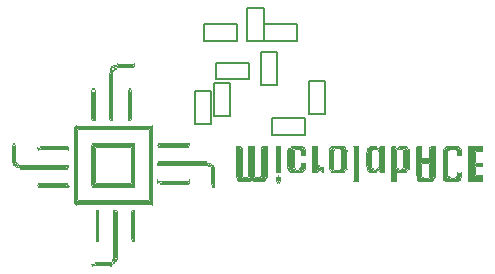
<source format=gbo>
G04*
G04 #@! TF.GenerationSoftware,Altium Limited,Altium Designer,18.1.9 (240)*
G04*
G04 Layer_Color=32896*
%FSLAX44Y44*%
%MOMM*%
G71*
G01*
G75*
%ADD11C,0.2000*%
G36*
X296880Y261780D02*
Y260893D01*
Y260007D01*
Y259120D01*
X295993D01*
Y258234D01*
X280920D01*
Y259120D01*
X280033D01*
Y258234D01*
X280920D01*
Y257347D01*
X280033D01*
Y256460D01*
X279146D01*
Y255574D01*
X278260D01*
Y254687D01*
Y253800D01*
Y252913D01*
Y252027D01*
Y251140D01*
Y250254D01*
Y249367D01*
Y248480D01*
Y247593D01*
Y246707D01*
Y245820D01*
Y244933D01*
Y244047D01*
Y243160D01*
Y242274D01*
Y241387D01*
Y240500D01*
Y239613D01*
Y238727D01*
Y237840D01*
Y236954D01*
Y236067D01*
Y235180D01*
Y234293D01*
Y233407D01*
Y232520D01*
Y231633D01*
Y230747D01*
Y229860D01*
Y228974D01*
Y228087D01*
Y227200D01*
Y226313D01*
Y225427D01*
Y224540D01*
Y223654D01*
Y222767D01*
Y221880D01*
Y220993D01*
Y220107D01*
Y219220D01*
Y218333D01*
Y217447D01*
Y216560D01*
Y215673D01*
Y214787D01*
Y213900D01*
X275600D01*
Y214787D01*
X274713D01*
Y215673D01*
Y216560D01*
Y217447D01*
Y218333D01*
Y219220D01*
Y220107D01*
Y220993D01*
Y221880D01*
Y222767D01*
Y223654D01*
Y224540D01*
Y225427D01*
Y226313D01*
Y227200D01*
Y228087D01*
Y228974D01*
Y229860D01*
Y230747D01*
Y231633D01*
Y232520D01*
Y233407D01*
Y234293D01*
Y235180D01*
Y236067D01*
Y236954D01*
Y237840D01*
Y238727D01*
Y239613D01*
Y240500D01*
Y241387D01*
Y242274D01*
Y243160D01*
Y244047D01*
Y244933D01*
Y245820D01*
Y246707D01*
Y247593D01*
Y248480D01*
Y249367D01*
Y250254D01*
Y251140D01*
Y252027D01*
Y252913D01*
Y253800D01*
Y254687D01*
X275600D01*
Y253800D01*
X276486D01*
Y254687D01*
X275600D01*
Y255574D01*
Y256460D01*
Y257347D01*
Y258234D01*
X276486D01*
Y259120D01*
Y260007D01*
X278260D01*
Y259120D01*
X279146D01*
Y260007D01*
X278260D01*
Y260893D01*
X280920D01*
Y260007D01*
X281806D01*
Y260893D01*
X280920D01*
Y261780D01*
Y262667D01*
X281806D01*
Y261780D01*
X295993D01*
Y262667D01*
X296880D01*
Y261780D01*
D02*
G37*
G36*
X262300Y240500D02*
Y239613D01*
X263186D01*
Y238727D01*
Y237840D01*
Y236954D01*
Y236067D01*
Y235180D01*
Y234293D01*
Y233407D01*
Y232520D01*
Y231633D01*
Y230747D01*
Y229860D01*
Y228974D01*
Y228087D01*
Y227200D01*
Y226313D01*
Y225427D01*
Y224540D01*
Y223654D01*
Y222767D01*
Y221880D01*
Y220993D01*
Y220107D01*
Y219220D01*
Y218333D01*
Y217447D01*
Y216560D01*
Y215673D01*
Y214787D01*
Y213900D01*
X260526D01*
Y214787D01*
X259640D01*
Y215673D01*
Y216560D01*
Y217447D01*
Y218333D01*
Y219220D01*
Y220107D01*
Y220993D01*
Y221880D01*
Y222767D01*
Y223654D01*
Y224540D01*
Y225427D01*
Y226313D01*
Y227200D01*
Y228087D01*
Y228974D01*
Y229860D01*
Y230747D01*
Y231633D01*
Y232520D01*
Y233407D01*
Y234293D01*
Y235180D01*
Y236067D01*
Y236954D01*
Y237840D01*
Y238727D01*
Y239613D01*
X260526D01*
Y238727D01*
X262300D01*
Y239613D01*
X260526D01*
Y240500D01*
Y241387D01*
X262300D01*
Y240500D01*
D02*
G37*
G36*
X293333D02*
Y239613D01*
X294220D01*
Y238727D01*
Y237840D01*
Y236954D01*
Y236067D01*
Y235180D01*
Y234293D01*
Y233407D01*
Y232520D01*
Y231633D01*
Y230747D01*
Y229860D01*
Y228974D01*
Y228087D01*
Y227200D01*
Y226313D01*
Y225427D01*
Y224540D01*
Y223654D01*
Y222767D01*
Y221880D01*
Y220993D01*
Y220107D01*
Y219220D01*
Y218333D01*
Y217447D01*
Y216560D01*
Y215673D01*
Y214787D01*
X293333D01*
Y215673D01*
X292446D01*
Y214787D01*
X293333D01*
Y213900D01*
X290673D01*
Y214787D01*
Y215673D01*
Y216560D01*
Y217447D01*
Y218333D01*
Y219220D01*
Y220107D01*
Y220993D01*
Y221880D01*
Y222767D01*
Y223654D01*
Y224540D01*
Y225427D01*
Y226313D01*
Y227200D01*
Y228087D01*
Y228974D01*
Y229860D01*
Y230747D01*
Y231633D01*
Y232520D01*
Y233407D01*
Y234293D01*
Y235180D01*
Y236067D01*
Y236954D01*
Y237840D01*
Y238727D01*
Y239613D01*
X291560D01*
Y240500D01*
Y241387D01*
X293333D01*
Y240500D01*
D02*
G37*
G36*
X311953Y209467D02*
Y208580D01*
Y207693D01*
Y206807D01*
Y205920D01*
Y205033D01*
Y204147D01*
Y203260D01*
Y202373D01*
Y201487D01*
Y200600D01*
Y199713D01*
Y198827D01*
Y197940D01*
Y197053D01*
Y196167D01*
Y195280D01*
Y194393D01*
Y193507D01*
Y192620D01*
Y191733D01*
Y190847D01*
Y189960D01*
Y189073D01*
Y188187D01*
Y187300D01*
Y186413D01*
Y185527D01*
Y184640D01*
Y183753D01*
Y182867D01*
Y181980D01*
Y181093D01*
Y180207D01*
Y179320D01*
Y178433D01*
Y177547D01*
Y176660D01*
Y175773D01*
Y174887D01*
Y174000D01*
Y173113D01*
Y172227D01*
Y171340D01*
Y170453D01*
Y169567D01*
Y168680D01*
Y167793D01*
Y166907D01*
Y166020D01*
Y165133D01*
Y164247D01*
Y163360D01*
Y162473D01*
Y161587D01*
Y160700D01*
Y159813D01*
Y158927D01*
Y158040D01*
Y157153D01*
Y156267D01*
Y155380D01*
Y154493D01*
Y153607D01*
Y152720D01*
Y151833D01*
Y150947D01*
Y150060D01*
Y149173D01*
Y148287D01*
Y147400D01*
Y146513D01*
Y145627D01*
Y144740D01*
Y143853D01*
Y142967D01*
Y142080D01*
X311066D01*
Y142967D01*
X247226D01*
Y142080D01*
X246340D01*
Y142967D01*
X245453D01*
Y143853D01*
X244566D01*
Y144740D01*
Y145627D01*
Y146513D01*
Y147400D01*
Y148287D01*
Y149173D01*
Y150060D01*
Y150947D01*
Y151833D01*
Y152720D01*
Y153607D01*
Y154493D01*
Y155380D01*
Y156267D01*
Y157153D01*
Y158040D01*
Y158927D01*
Y159813D01*
Y160700D01*
Y161587D01*
Y162473D01*
Y163360D01*
Y164247D01*
Y165133D01*
Y166020D01*
Y166907D01*
Y167793D01*
Y168680D01*
Y169567D01*
Y170453D01*
Y171340D01*
Y172227D01*
Y173113D01*
Y174000D01*
Y174887D01*
Y175773D01*
Y176660D01*
Y177547D01*
Y178433D01*
Y179320D01*
Y180207D01*
Y181093D01*
Y181980D01*
Y182867D01*
Y183753D01*
Y184640D01*
Y185527D01*
Y186413D01*
Y187300D01*
Y188187D01*
Y189073D01*
Y189960D01*
Y190847D01*
Y191733D01*
Y192620D01*
Y193507D01*
Y194393D01*
Y195280D01*
Y196167D01*
Y197053D01*
Y197940D01*
Y198827D01*
Y199713D01*
Y200600D01*
Y201487D01*
Y202373D01*
Y203260D01*
Y204147D01*
Y205033D01*
Y205920D01*
Y206807D01*
Y207693D01*
Y208580D01*
X245453D01*
Y209467D01*
X246340D01*
Y210353D01*
X247226D01*
Y209467D01*
X311066D01*
Y210353D01*
X311953D01*
Y209467D01*
D02*
G37*
G36*
X342987Y194393D02*
Y193507D01*
Y192620D01*
X342100D01*
Y193507D01*
X341213D01*
Y192620D01*
X342100D01*
Y191733D01*
Y190847D01*
X316387D01*
Y191733D01*
Y192620D01*
X315500D01*
Y193507D01*
X316387D01*
Y194393D01*
Y195280D01*
X342987D01*
Y194393D01*
D02*
G37*
G36*
X194913D02*
Y193507D01*
X195800D01*
Y192620D01*
Y191733D01*
Y190847D01*
Y189960D01*
Y189073D01*
Y188187D01*
Y187300D01*
Y186413D01*
Y185527D01*
Y184640D01*
Y183753D01*
Y182867D01*
Y181980D01*
Y181093D01*
Y180207D01*
Y179320D01*
X196686D01*
Y178433D01*
X197573D01*
Y177547D01*
X198459D01*
Y176660D01*
X241020D01*
Y175773D01*
Y174887D01*
Y174000D01*
X240133D01*
Y173113D01*
Y172227D01*
X199346D01*
Y173113D01*
Y174000D01*
X195800D01*
Y174887D01*
X194913D01*
Y175773D01*
X193139D01*
Y176660D01*
Y177547D01*
Y178433D01*
X192253D01*
Y179320D01*
Y180207D01*
Y181093D01*
Y181980D01*
Y182867D01*
Y183753D01*
Y184640D01*
Y185527D01*
Y186413D01*
Y187300D01*
Y188187D01*
Y189073D01*
Y189960D01*
Y190847D01*
Y191733D01*
Y192620D01*
Y193507D01*
X193139D01*
Y192620D01*
X194913D01*
Y193507D01*
X193139D01*
Y194393D01*
Y195280D01*
X194913D01*
Y194393D01*
D02*
G37*
G36*
X526527Y191733D02*
X527414D01*
Y190847D01*
Y189960D01*
X529187D01*
Y189073D01*
Y188187D01*
Y187300D01*
Y186413D01*
Y185527D01*
Y184640D01*
Y183753D01*
Y182867D01*
Y181980D01*
Y181093D01*
Y180207D01*
Y179320D01*
Y178433D01*
Y177547D01*
Y176660D01*
Y175773D01*
Y174887D01*
Y174000D01*
Y173113D01*
Y172227D01*
X527414D01*
Y173113D01*
X526527D01*
Y172227D01*
X527414D01*
Y171340D01*
X526527D01*
Y172227D01*
X525640D01*
Y171340D01*
X526527D01*
Y170453D01*
Y169567D01*
X518547D01*
Y168680D01*
Y167793D01*
Y166907D01*
Y166020D01*
Y165133D01*
Y164247D01*
Y163360D01*
Y162473D01*
X513227D01*
Y163360D01*
Y164247D01*
Y165133D01*
Y166020D01*
Y166907D01*
Y167793D01*
Y168680D01*
Y169567D01*
Y170453D01*
Y171340D01*
Y172227D01*
Y173113D01*
Y174000D01*
Y174887D01*
Y175773D01*
Y176660D01*
Y177547D01*
Y178433D01*
Y179320D01*
Y180207D01*
Y181093D01*
Y181980D01*
Y182867D01*
Y183753D01*
Y184640D01*
Y185527D01*
Y186413D01*
Y187300D01*
Y188187D01*
Y189073D01*
Y189960D01*
Y190847D01*
Y191733D01*
X514114D01*
Y192620D01*
X517660D01*
Y191733D01*
Y190847D01*
X519434D01*
Y191733D01*
X520320D01*
Y192620D01*
X526527D01*
Y191733D01*
D02*
G37*
G36*
X507907D02*
Y190847D01*
Y189960D01*
Y189073D01*
Y188187D01*
Y187300D01*
Y186413D01*
Y185527D01*
Y184640D01*
Y183753D01*
Y182867D01*
Y181980D01*
Y181093D01*
Y180207D01*
Y179320D01*
Y178433D01*
Y177547D01*
Y176660D01*
Y175773D01*
Y174887D01*
Y174000D01*
Y173113D01*
Y172227D01*
Y171340D01*
Y170453D01*
Y169567D01*
X504360D01*
Y170453D01*
X503474D01*
Y171340D01*
X501700D01*
Y170453D01*
Y169567D01*
X494607D01*
Y170453D01*
X493720D01*
Y171340D01*
X492834D01*
Y172227D01*
Y173113D01*
Y174000D01*
Y174887D01*
X491947D01*
Y175773D01*
Y176660D01*
Y177547D01*
Y178433D01*
Y179320D01*
Y180207D01*
Y181093D01*
Y181980D01*
Y182867D01*
Y183753D01*
Y184640D01*
Y185527D01*
Y186413D01*
Y187300D01*
X492834D01*
Y186413D01*
X493720D01*
Y187300D01*
X492834D01*
Y188187D01*
Y189073D01*
Y189960D01*
Y190847D01*
X494607D01*
Y191733D01*
X495494D01*
Y192620D01*
X501700D01*
Y191733D01*
Y190847D01*
X503474D01*
Y191733D01*
X504360D01*
Y192620D01*
X507907D01*
Y191733D01*
D02*
G37*
G36*
X438747D02*
X440520D01*
Y190847D01*
Y189960D01*
X441407D01*
Y189073D01*
Y188187D01*
Y187300D01*
Y186413D01*
Y185527D01*
Y184640D01*
Y183753D01*
X436973D01*
Y184640D01*
Y185527D01*
Y186413D01*
Y187300D01*
Y188187D01*
X436087D01*
Y189073D01*
X431654D01*
Y189960D01*
X430767D01*
Y189073D01*
X431654D01*
Y188187D01*
Y187300D01*
Y186413D01*
Y185527D01*
Y184640D01*
Y183753D01*
Y182867D01*
Y181980D01*
Y181093D01*
Y180207D01*
Y179320D01*
Y178433D01*
Y177547D01*
Y176660D01*
Y175773D01*
Y174887D01*
Y174000D01*
X432540D01*
Y173113D01*
Y172227D01*
X435200D01*
Y171340D01*
X436087D01*
Y172227D01*
X435200D01*
Y173113D01*
Y174000D01*
X436087D01*
Y174887D01*
X436973D01*
Y175773D01*
Y176660D01*
Y177547D01*
Y178433D01*
X441407D01*
Y177547D01*
Y176660D01*
Y175773D01*
Y174887D01*
Y174000D01*
Y173113D01*
Y172227D01*
X440520D01*
Y173113D01*
X439633D01*
Y172227D01*
X440520D01*
Y171340D01*
X439633D01*
Y170453D01*
X438747D01*
Y169567D01*
X428107D01*
Y170453D01*
X427220D01*
Y171340D01*
X426333D01*
Y172227D01*
Y173113D01*
X425447D01*
Y174000D01*
Y174887D01*
Y175773D01*
Y176660D01*
Y177547D01*
Y178433D01*
Y179320D01*
Y180207D01*
Y181093D01*
Y181980D01*
Y182867D01*
Y183753D01*
Y184640D01*
Y185527D01*
Y186413D01*
Y187300D01*
Y188187D01*
Y189073D01*
X426333D01*
Y189960D01*
Y190847D01*
X428993D01*
Y189960D01*
X429880D01*
Y190847D01*
X428993D01*
Y191733D01*
Y192620D01*
X438747D01*
Y191733D01*
D02*
G37*
G36*
X240133D02*
X241020D01*
Y190847D01*
Y189960D01*
Y189073D01*
Y188187D01*
X240133D01*
Y189073D01*
X215306D01*
Y188187D01*
X214420D01*
Y189073D01*
Y189960D01*
X213533D01*
Y190847D01*
Y191733D01*
X214420D01*
Y190847D01*
X216193D01*
Y189960D01*
X217080D01*
Y190847D01*
X216193D01*
Y191733D01*
Y192620D01*
X240133D01*
Y191733D01*
D02*
G37*
G36*
X570860D02*
X571747D01*
Y190847D01*
X572634D01*
Y189960D01*
X573521D01*
Y189073D01*
Y188187D01*
Y187300D01*
Y186413D01*
Y185527D01*
Y184640D01*
Y183753D01*
X569087D01*
Y184640D01*
Y185527D01*
Y186413D01*
Y187300D01*
Y188187D01*
X568200D01*
Y189073D01*
X562881D01*
Y188187D01*
X561994D01*
Y187300D01*
Y186413D01*
Y185527D01*
Y184640D01*
Y183753D01*
Y182867D01*
Y181980D01*
Y181093D01*
Y180207D01*
Y179320D01*
Y178433D01*
Y177547D01*
Y176660D01*
Y175773D01*
Y174887D01*
Y174000D01*
Y173113D01*
Y172227D01*
Y171340D01*
Y170453D01*
Y169567D01*
Y168680D01*
Y167793D01*
Y166907D01*
X562881D01*
Y166020D01*
X563767D01*
Y165133D01*
X567314D01*
Y164247D01*
X568200D01*
Y165133D01*
X567314D01*
Y166020D01*
X568200D01*
Y166907D01*
X569087D01*
Y167793D01*
Y168680D01*
Y169567D01*
Y170453D01*
X569974D01*
Y169567D01*
X572634D01*
Y170453D01*
X573521D01*
Y169567D01*
Y168680D01*
Y167793D01*
Y166907D01*
Y166020D01*
Y165133D01*
X572634D01*
Y166020D01*
X571747D01*
Y165133D01*
X572634D01*
Y164247D01*
Y163360D01*
X570860D01*
Y162473D01*
X559334D01*
Y163360D01*
X557561D01*
Y164247D01*
Y165133D01*
Y166020D01*
Y166907D01*
Y167793D01*
Y168680D01*
Y169567D01*
Y170453D01*
Y171340D01*
Y172227D01*
Y173113D01*
Y174000D01*
Y174887D01*
Y175773D01*
Y176660D01*
Y177547D01*
Y178433D01*
Y179320D01*
Y180207D01*
Y181093D01*
Y181980D01*
Y182867D01*
Y183753D01*
Y184640D01*
Y185527D01*
Y186413D01*
Y187300D01*
Y188187D01*
Y189073D01*
Y189960D01*
X558447D01*
Y189073D01*
X559334D01*
Y189960D01*
X558447D01*
Y190847D01*
X559334D01*
Y191733D01*
X560220D01*
Y192620D01*
X570860D01*
Y191733D01*
D02*
G37*
G36*
X591254D02*
Y190847D01*
Y189960D01*
Y189073D01*
Y188187D01*
Y187300D01*
X585047D01*
Y188187D01*
X584160D01*
Y187300D01*
X585047D01*
Y186413D01*
Y185527D01*
Y184640D01*
Y183753D01*
Y182867D01*
Y181980D01*
Y181093D01*
Y180207D01*
Y179320D01*
Y178433D01*
X591254D01*
Y177547D01*
Y176660D01*
Y175773D01*
Y174887D01*
X585047D01*
Y175773D01*
X584160D01*
Y174887D01*
X585047D01*
Y174000D01*
Y173113D01*
Y172227D01*
Y171340D01*
Y170453D01*
Y169567D01*
Y168680D01*
Y167793D01*
X591254D01*
Y166907D01*
Y166020D01*
Y165133D01*
Y164247D01*
Y163360D01*
Y162473D01*
X578840D01*
Y163360D01*
Y164247D01*
Y165133D01*
Y166020D01*
Y166907D01*
Y167793D01*
Y168680D01*
Y169567D01*
Y170453D01*
Y171340D01*
Y172227D01*
Y173113D01*
Y174000D01*
Y174887D01*
Y175773D01*
Y176660D01*
Y177547D01*
Y178433D01*
Y179320D01*
Y180207D01*
Y181093D01*
Y181980D01*
Y182867D01*
Y183753D01*
Y184640D01*
Y185527D01*
Y186413D01*
Y187300D01*
Y188187D01*
Y189073D01*
Y189960D01*
Y190847D01*
Y191733D01*
Y192620D01*
X591254D01*
Y191733D01*
D02*
G37*
G36*
X551354D02*
Y190847D01*
Y189960D01*
Y189073D01*
Y188187D01*
Y187300D01*
Y186413D01*
Y185527D01*
Y184640D01*
Y183753D01*
Y182867D01*
Y181980D01*
Y181093D01*
Y180207D01*
Y179320D01*
Y178433D01*
Y177547D01*
Y176660D01*
Y175773D01*
Y174887D01*
Y174000D01*
Y173113D01*
Y172227D01*
Y171340D01*
Y170453D01*
Y169567D01*
Y168680D01*
Y167793D01*
Y166907D01*
Y166020D01*
Y165133D01*
X550467D01*
Y164247D01*
X549580D01*
Y163360D01*
X548694D01*
Y162473D01*
X536280D01*
Y163360D01*
X535394D01*
Y164247D01*
Y165133D01*
Y166020D01*
Y166907D01*
X534507D01*
Y167793D01*
Y168680D01*
Y169567D01*
Y170453D01*
Y171340D01*
Y172227D01*
Y173113D01*
Y174000D01*
Y174887D01*
Y175773D01*
Y176660D01*
Y177547D01*
Y178433D01*
Y179320D01*
Y180207D01*
Y181093D01*
Y181980D01*
Y182867D01*
Y183753D01*
Y184640D01*
Y185527D01*
Y186413D01*
Y187300D01*
Y188187D01*
Y189073D01*
Y189960D01*
Y190847D01*
Y191733D01*
X535394D01*
Y192620D01*
X539827D01*
Y191733D01*
Y190847D01*
Y189960D01*
Y189073D01*
Y188187D01*
Y187300D01*
Y186413D01*
Y185527D01*
Y184640D01*
Y183753D01*
Y182867D01*
X545147D01*
Y183753D01*
Y184640D01*
Y185527D01*
Y186413D01*
Y187300D01*
Y188187D01*
Y189073D01*
Y189960D01*
Y190847D01*
Y191733D01*
X546920D01*
Y192620D01*
X551354D01*
Y191733D01*
D02*
G37*
G36*
X474214D02*
X475100D01*
Y190847D01*
Y189960D01*
Y189073D01*
X476874D01*
Y188187D01*
Y187300D01*
X475987D01*
Y186413D01*
Y185527D01*
Y184640D01*
Y183753D01*
Y182867D01*
Y181980D01*
Y181093D01*
Y180207D01*
Y179320D01*
Y178433D01*
Y177547D01*
Y176660D01*
Y175773D01*
Y174887D01*
Y174000D01*
Y173113D01*
X476874D01*
Y172227D01*
X475100D01*
Y173113D01*
X474214D01*
Y172227D01*
X475100D01*
Y171340D01*
X474214D01*
Y172227D01*
X473327D01*
Y171340D01*
X474214D01*
Y170453D01*
Y169567D01*
X462687D01*
Y170453D01*
Y171340D01*
X461800D01*
Y172227D01*
X460914D01*
Y173113D01*
Y174000D01*
Y174887D01*
Y175773D01*
Y176660D01*
Y177547D01*
Y178433D01*
Y179320D01*
Y180207D01*
Y181093D01*
Y181980D01*
Y182867D01*
Y183753D01*
Y184640D01*
Y185527D01*
Y186413D01*
Y187300D01*
Y188187D01*
Y189073D01*
Y189960D01*
Y190847D01*
X461800D01*
Y191733D01*
X462687D01*
Y192620D01*
X474214D01*
Y191733D01*
D02*
G37*
G36*
X451160D02*
Y190847D01*
Y189960D01*
Y189073D01*
Y188187D01*
Y187300D01*
Y186413D01*
Y185527D01*
Y184640D01*
Y183753D01*
Y182867D01*
Y181980D01*
Y181093D01*
Y180207D01*
Y179320D01*
Y178433D01*
Y177547D01*
Y176660D01*
X452934D01*
Y175773D01*
Y174887D01*
X456480D01*
Y174000D01*
Y173113D01*
Y172227D01*
Y171340D01*
Y170453D01*
Y169567D01*
X454707D01*
Y170453D01*
X453820D01*
Y171340D01*
X452047D01*
Y170453D01*
X451160D01*
Y169567D01*
X446727D01*
Y170453D01*
Y171340D01*
Y172227D01*
Y173113D01*
Y174000D01*
Y174887D01*
Y175773D01*
Y176660D01*
Y177547D01*
Y178433D01*
Y179320D01*
Y180207D01*
Y181093D01*
Y181980D01*
Y182867D01*
Y183753D01*
Y184640D01*
Y185527D01*
Y186413D01*
Y187300D01*
Y188187D01*
Y189073D01*
Y189960D01*
Y190847D01*
Y191733D01*
Y192620D01*
X451160D01*
Y191733D01*
D02*
G37*
G36*
X420127D02*
Y190847D01*
Y189960D01*
Y189073D01*
Y188187D01*
Y187300D01*
Y186413D01*
Y185527D01*
Y184640D01*
Y183753D01*
Y182867D01*
Y181980D01*
Y181093D01*
Y180207D01*
Y179320D01*
Y178433D01*
Y177547D01*
Y176660D01*
Y175773D01*
Y174887D01*
Y174000D01*
Y173113D01*
Y172227D01*
Y171340D01*
Y170453D01*
Y169567D01*
X415693D01*
Y170453D01*
Y171340D01*
Y172227D01*
Y173113D01*
Y174000D01*
Y174887D01*
Y175773D01*
Y176660D01*
Y177547D01*
Y178433D01*
Y179320D01*
Y180207D01*
Y181093D01*
Y181980D01*
Y182867D01*
Y183753D01*
Y184640D01*
Y185527D01*
Y186413D01*
Y187300D01*
Y188187D01*
Y189073D01*
Y189960D01*
Y190847D01*
Y191733D01*
Y192620D01*
X420127D01*
Y191733D01*
D02*
G37*
G36*
X409487D02*
Y190847D01*
Y189960D01*
Y189073D01*
Y188187D01*
Y187300D01*
Y186413D01*
Y185527D01*
Y184640D01*
Y183753D01*
Y182867D01*
Y181980D01*
Y181093D01*
Y180207D01*
Y179320D01*
Y178433D01*
Y177547D01*
Y176660D01*
Y175773D01*
Y174887D01*
Y174000D01*
Y173113D01*
Y172227D01*
Y171340D01*
Y170453D01*
Y169567D01*
Y168680D01*
Y167793D01*
Y166907D01*
Y166020D01*
Y165133D01*
X408600D01*
Y164247D01*
X407713D01*
Y163360D01*
X406827D01*
Y162473D01*
X396187D01*
Y163360D01*
X394413D01*
Y162473D01*
X383773D01*
Y163360D01*
X382887D01*
Y164247D01*
Y165133D01*
X382000D01*
Y166020D01*
Y166907D01*
Y167793D01*
Y168680D01*
Y169567D01*
Y170453D01*
Y171340D01*
Y172227D01*
Y173113D01*
Y174000D01*
Y174887D01*
Y175773D01*
Y176660D01*
Y177547D01*
Y178433D01*
Y179320D01*
Y180207D01*
Y181093D01*
Y181980D01*
Y182867D01*
Y183753D01*
Y184640D01*
Y185527D01*
Y186413D01*
Y187300D01*
Y188187D01*
Y189073D01*
Y189960D01*
Y190847D01*
Y191733D01*
Y192620D01*
X386433D01*
Y191733D01*
X387320D01*
Y190847D01*
X388207D01*
Y189960D01*
Y189073D01*
Y188187D01*
Y187300D01*
Y186413D01*
Y185527D01*
Y184640D01*
Y183753D01*
Y182867D01*
Y181980D01*
Y181093D01*
Y180207D01*
Y179320D01*
Y178433D01*
Y177547D01*
Y176660D01*
Y175773D01*
Y174887D01*
Y174000D01*
Y173113D01*
Y172227D01*
Y171340D01*
Y170453D01*
Y169567D01*
Y168680D01*
Y167793D01*
Y166907D01*
Y166020D01*
X392640D01*
Y165133D01*
X393527D01*
Y166020D01*
X392640D01*
Y166907D01*
Y167793D01*
Y168680D01*
Y169567D01*
Y170453D01*
Y171340D01*
Y172227D01*
Y173113D01*
Y174000D01*
Y174887D01*
Y175773D01*
Y176660D01*
Y177547D01*
Y178433D01*
Y179320D01*
Y180207D01*
Y181093D01*
Y181980D01*
Y182867D01*
Y183753D01*
Y184640D01*
Y185527D01*
Y186413D01*
Y187300D01*
Y188187D01*
Y189073D01*
Y189960D01*
Y190847D01*
Y191733D01*
Y192620D01*
X397960D01*
Y191733D01*
Y190847D01*
Y189960D01*
Y189073D01*
Y188187D01*
Y187300D01*
Y186413D01*
Y185527D01*
Y184640D01*
Y183753D01*
Y182867D01*
Y181980D01*
Y181093D01*
Y180207D01*
Y179320D01*
Y178433D01*
Y177547D01*
Y176660D01*
Y175773D01*
Y174887D01*
Y174000D01*
Y173113D01*
Y172227D01*
Y171340D01*
Y170453D01*
Y169567D01*
Y168680D01*
Y167793D01*
Y166907D01*
Y166020D01*
X402393D01*
Y166907D01*
X403280D01*
Y167793D01*
Y168680D01*
Y169567D01*
Y170453D01*
Y171340D01*
Y172227D01*
Y173113D01*
Y174000D01*
Y174887D01*
Y175773D01*
Y176660D01*
Y177547D01*
Y178433D01*
Y179320D01*
Y180207D01*
Y181093D01*
Y181980D01*
Y182867D01*
Y183753D01*
Y184640D01*
Y185527D01*
Y186413D01*
Y187300D01*
Y188187D01*
Y189073D01*
Y189960D01*
Y190847D01*
Y191733D01*
X404167D01*
Y192620D01*
X409487D01*
Y191733D01*
D02*
G37*
G36*
X342987Y163360D02*
Y162473D01*
Y161587D01*
Y160700D01*
X342100D01*
Y159813D01*
X318160D01*
Y160700D01*
Y161587D01*
X316387D01*
Y160700D01*
X315500D01*
Y161587D01*
Y162473D01*
Y163360D01*
Y164247D01*
X316387D01*
Y163360D01*
X342100D01*
Y164247D01*
X342987D01*
Y163360D01*
D02*
G37*
G36*
X486627Y191733D02*
Y190847D01*
Y189960D01*
Y189073D01*
Y188187D01*
Y187300D01*
Y186413D01*
Y185527D01*
Y184640D01*
Y183753D01*
Y182867D01*
Y181980D01*
Y181093D01*
Y180207D01*
Y179320D01*
Y178433D01*
Y177547D01*
Y176660D01*
Y175773D01*
Y174887D01*
Y174000D01*
Y173113D01*
Y172227D01*
Y171340D01*
Y170453D01*
Y169567D01*
Y168680D01*
Y167793D01*
Y166907D01*
Y166020D01*
Y165133D01*
Y164247D01*
Y163360D01*
Y162473D01*
X481307D01*
Y163360D01*
X482194D01*
Y164247D01*
Y165133D01*
Y166020D01*
Y166907D01*
Y167793D01*
Y168680D01*
Y169567D01*
Y170453D01*
Y171340D01*
Y172227D01*
Y173113D01*
Y174000D01*
Y174887D01*
Y175773D01*
Y176660D01*
Y177547D01*
Y178433D01*
Y179320D01*
Y180207D01*
Y181093D01*
Y181980D01*
Y182867D01*
Y183753D01*
Y184640D01*
Y185527D01*
Y186413D01*
Y187300D01*
Y188187D01*
Y189073D01*
Y189960D01*
Y190847D01*
Y191733D01*
X481307D01*
Y192620D01*
X486627D01*
Y191733D01*
D02*
G37*
G36*
X418353Y166907D02*
Y166020D01*
X420127D01*
Y165133D01*
Y164247D01*
Y163360D01*
Y162473D01*
X419240D01*
Y163360D01*
X418353D01*
Y162473D01*
X419240D01*
Y161587D01*
Y160700D01*
X418353D01*
Y161587D01*
X417467D01*
Y160700D01*
X416580D01*
Y161587D01*
Y162473D01*
X415693D01*
Y163360D01*
Y164247D01*
Y165133D01*
Y166020D01*
X417467D01*
Y166907D01*
Y167793D01*
X418353D01*
Y166907D01*
D02*
G37*
G36*
X240133Y160700D02*
Y159813D01*
X241020D01*
Y158927D01*
X241906D01*
Y158040D01*
X241020D01*
Y157153D01*
X214420D01*
Y158040D01*
Y158927D01*
X213533D01*
Y159813D01*
X214420D01*
Y158927D01*
X215306D01*
Y159813D01*
X214420D01*
Y160700D01*
Y161587D01*
X240133D01*
Y160700D01*
D02*
G37*
G36*
X357173Y179320D02*
Y178433D01*
X360720D01*
Y177547D01*
X361607D01*
Y176660D01*
X363380D01*
Y175773D01*
Y174887D01*
X364267D01*
Y174000D01*
Y173113D01*
Y172227D01*
Y171340D01*
Y170453D01*
Y169567D01*
Y168680D01*
Y167793D01*
Y166907D01*
Y166020D01*
Y165133D01*
Y164247D01*
Y163360D01*
Y162473D01*
Y161587D01*
Y160700D01*
Y159813D01*
Y158927D01*
Y158040D01*
Y157153D01*
X361607D01*
Y158040D01*
Y158927D01*
Y159813D01*
X360720D01*
Y160700D01*
Y161587D01*
Y162473D01*
Y163360D01*
Y164247D01*
Y165133D01*
Y166020D01*
Y166907D01*
Y167793D01*
Y168680D01*
Y169567D01*
Y170453D01*
Y171340D01*
Y172227D01*
Y173113D01*
Y174000D01*
Y174887D01*
X358060D01*
Y175773D01*
X315500D01*
Y176660D01*
Y177547D01*
Y178433D01*
X316387D01*
Y179320D01*
Y180207D01*
X357173D01*
Y179320D01*
D02*
G37*
G36*
X296880Y137647D02*
Y136760D01*
Y135873D01*
Y134986D01*
Y134100D01*
Y133213D01*
Y132327D01*
Y131440D01*
Y130553D01*
Y129667D01*
Y128780D01*
Y127893D01*
Y127007D01*
Y126120D01*
Y125233D01*
Y124347D01*
Y123460D01*
Y122573D01*
Y121686D01*
Y120800D01*
Y119913D01*
Y119026D01*
Y118140D01*
Y117253D01*
Y116367D01*
Y115480D01*
Y114593D01*
Y113707D01*
Y112820D01*
Y111933D01*
Y111046D01*
X294220D01*
Y111933D01*
Y112820D01*
X293333D01*
Y113707D01*
Y114593D01*
Y115480D01*
Y116367D01*
Y117253D01*
Y118140D01*
Y119026D01*
Y119913D01*
Y120800D01*
Y121686D01*
Y122573D01*
Y123460D01*
Y124347D01*
Y125233D01*
Y126120D01*
Y127007D01*
Y127893D01*
Y128780D01*
Y129667D01*
Y130553D01*
Y131440D01*
Y132327D01*
Y133213D01*
Y134100D01*
Y134986D01*
Y135873D01*
Y136760D01*
Y137647D01*
X294220D01*
Y136760D01*
X295106D01*
Y137647D01*
X294220D01*
Y138533D01*
X296880D01*
Y137647D01*
D02*
G37*
G36*
X265846D02*
Y136760D01*
Y135873D01*
Y134986D01*
Y134100D01*
Y133213D01*
Y132327D01*
Y131440D01*
Y130553D01*
Y129667D01*
Y128780D01*
Y127893D01*
Y127007D01*
Y126120D01*
Y125233D01*
Y124347D01*
Y123460D01*
Y122573D01*
Y121686D01*
Y120800D01*
Y119913D01*
Y119026D01*
Y118140D01*
Y117253D01*
Y116367D01*
Y115480D01*
Y114593D01*
Y113707D01*
Y112820D01*
Y111933D01*
Y111046D01*
X263186D01*
Y111933D01*
Y112820D01*
Y113707D01*
Y114593D01*
Y115480D01*
Y116367D01*
Y117253D01*
Y118140D01*
Y119026D01*
Y119913D01*
Y120800D01*
Y121686D01*
Y122573D01*
Y123460D01*
Y124347D01*
Y125233D01*
Y126120D01*
Y127007D01*
Y127893D01*
Y128780D01*
Y129667D01*
Y130553D01*
Y131440D01*
Y132327D01*
Y133213D01*
Y134100D01*
Y134986D01*
Y135873D01*
Y136760D01*
Y137647D01*
Y138533D01*
X265846D01*
Y137647D01*
D02*
G37*
G36*
X280920D02*
X281806D01*
Y136760D01*
Y135873D01*
Y134986D01*
Y134100D01*
Y133213D01*
Y132327D01*
Y131440D01*
Y130553D01*
Y129667D01*
Y128780D01*
Y127893D01*
Y127007D01*
Y126120D01*
Y125233D01*
Y124347D01*
Y123460D01*
Y122573D01*
Y121686D01*
Y120800D01*
Y119913D01*
Y119026D01*
Y118140D01*
Y117253D01*
Y116367D01*
Y115480D01*
Y114593D01*
Y113707D01*
Y112820D01*
Y111933D01*
Y111046D01*
Y110160D01*
Y109273D01*
Y108386D01*
Y107500D01*
Y106613D01*
Y105726D01*
Y104840D01*
Y103953D01*
Y103067D01*
Y102180D01*
Y101293D01*
Y100407D01*
Y99520D01*
Y98633D01*
Y97746D01*
Y96860D01*
Y95973D01*
X280920D01*
Y95086D01*
Y94200D01*
X280033D01*
Y93313D01*
Y92427D01*
X278260D01*
Y93313D01*
Y94200D01*
X277373D01*
Y95086D01*
Y95973D01*
Y96860D01*
X278260D01*
Y97746D01*
Y98633D01*
Y99520D01*
Y100407D01*
Y101293D01*
Y102180D01*
Y103067D01*
Y103953D01*
Y104840D01*
Y105726D01*
Y106613D01*
Y107500D01*
Y108386D01*
Y109273D01*
Y110160D01*
Y111046D01*
Y111933D01*
Y112820D01*
Y113707D01*
Y114593D01*
Y115480D01*
Y116367D01*
Y117253D01*
Y118140D01*
Y119026D01*
Y119913D01*
Y120800D01*
Y121686D01*
Y122573D01*
Y123460D01*
Y124347D01*
Y125233D01*
Y126120D01*
Y127007D01*
Y127893D01*
Y128780D01*
Y129667D01*
Y130553D01*
Y131440D01*
Y132327D01*
Y133213D01*
Y134100D01*
Y134986D01*
Y135873D01*
Y136760D01*
Y137647D01*
Y138533D01*
X280920D01*
Y137647D01*
D02*
G37*
G36*
X277373Y93313D02*
Y92427D01*
X278260D01*
Y91540D01*
X277373D01*
Y90653D01*
Y89766D01*
X275600D01*
Y90653D01*
X261413D01*
Y89766D01*
X260526D01*
Y90653D01*
Y91540D01*
X259640D01*
Y92427D01*
X262300D01*
Y91540D01*
X263186D01*
Y92427D01*
X262300D01*
Y93313D01*
Y94200D01*
X277373D01*
Y93313D01*
D02*
G37*
%LPC*%
G36*
X295993Y260893D02*
X295106D01*
Y260007D01*
X295993D01*
Y260893D01*
D02*
G37*
G36*
X279146Y258234D02*
X277373D01*
Y257347D01*
X279146D01*
Y258234D01*
D02*
G37*
G36*
X276486Y215673D02*
X275600D01*
Y214787D01*
X276486D01*
Y215673D01*
D02*
G37*
G36*
X261413D02*
X260526D01*
Y214787D01*
X261413D01*
Y215673D01*
D02*
G37*
G36*
X293333Y239613D02*
X292446D01*
Y238727D01*
X293333D01*
Y239613D01*
D02*
G37*
G36*
X309293Y206807D02*
X308407D01*
Y205920D01*
X309293D01*
Y206807D01*
D02*
G37*
G36*
X248113D02*
X247226D01*
Y205920D01*
X248113D01*
Y205033D01*
Y204147D01*
Y203260D01*
Y202373D01*
Y201487D01*
Y200600D01*
Y199713D01*
Y198827D01*
Y197940D01*
Y197053D01*
Y196167D01*
Y195280D01*
Y194393D01*
Y193507D01*
Y192620D01*
Y191733D01*
Y190847D01*
Y189960D01*
Y189073D01*
Y188187D01*
Y187300D01*
Y186413D01*
Y185527D01*
Y184640D01*
Y183753D01*
Y182867D01*
Y181980D01*
Y181093D01*
Y180207D01*
Y179320D01*
Y178433D01*
Y177547D01*
Y176660D01*
Y175773D01*
Y174887D01*
Y174000D01*
Y173113D01*
Y172227D01*
Y171340D01*
Y170453D01*
Y169567D01*
Y168680D01*
Y167793D01*
Y166907D01*
Y166020D01*
Y165133D01*
Y164247D01*
Y163360D01*
Y162473D01*
Y161587D01*
Y160700D01*
Y159813D01*
Y158927D01*
Y158040D01*
Y157153D01*
Y156267D01*
Y155380D01*
Y154493D01*
Y153607D01*
Y152720D01*
Y151833D01*
Y150947D01*
Y150060D01*
Y149173D01*
Y148287D01*
Y147400D01*
Y146513D01*
X308407D01*
Y145627D01*
X309293D01*
Y146513D01*
X308407D01*
Y147400D01*
Y148287D01*
Y149173D01*
Y150060D01*
Y150947D01*
Y151833D01*
Y152720D01*
Y153607D01*
Y154493D01*
Y155380D01*
Y156267D01*
Y157153D01*
Y158040D01*
Y158927D01*
Y159813D01*
Y160700D01*
Y161587D01*
Y162473D01*
Y163360D01*
Y164247D01*
Y165133D01*
Y166020D01*
Y166907D01*
Y167793D01*
Y168680D01*
Y169567D01*
Y170453D01*
Y171340D01*
Y172227D01*
Y173113D01*
Y174000D01*
Y174887D01*
Y175773D01*
Y176660D01*
Y177547D01*
Y178433D01*
Y179320D01*
Y180207D01*
Y181093D01*
Y181980D01*
Y182867D01*
Y183753D01*
Y184640D01*
Y185527D01*
Y186413D01*
Y187300D01*
Y188187D01*
Y189073D01*
Y189960D01*
Y190847D01*
Y191733D01*
Y192620D01*
Y193507D01*
Y194393D01*
Y195280D01*
Y196167D01*
Y197053D01*
Y197940D01*
Y198827D01*
Y199713D01*
Y200600D01*
Y201487D01*
Y202373D01*
Y203260D01*
Y204147D01*
Y205033D01*
Y205920D01*
X248113D01*
Y206807D01*
D02*
G37*
G36*
Y146513D02*
X247226D01*
Y145627D01*
X248113D01*
Y146513D01*
D02*
G37*
%LPD*%
G36*
X296880Y194393D02*
Y193507D01*
Y192620D01*
Y191733D01*
Y190847D01*
Y189960D01*
Y189073D01*
Y188187D01*
Y187300D01*
Y186413D01*
Y185527D01*
Y184640D01*
Y183753D01*
Y182867D01*
Y181980D01*
Y181093D01*
Y180207D01*
Y179320D01*
Y178433D01*
Y177547D01*
Y176660D01*
Y175773D01*
Y174887D01*
Y174000D01*
Y173113D01*
Y172227D01*
Y171340D01*
Y170453D01*
Y169567D01*
Y168680D01*
Y167793D01*
Y166907D01*
Y166020D01*
Y165133D01*
Y164247D01*
Y163360D01*
Y162473D01*
Y161587D01*
Y160700D01*
Y159813D01*
Y158927D01*
Y158040D01*
Y157153D01*
X260526D01*
Y158040D01*
Y158927D01*
X259640D01*
Y159813D01*
Y160700D01*
Y161587D01*
Y162473D01*
Y163360D01*
Y164247D01*
Y165133D01*
Y166020D01*
Y166907D01*
Y167793D01*
Y168680D01*
Y169567D01*
Y170453D01*
Y171340D01*
Y172227D01*
Y173113D01*
Y174000D01*
Y174887D01*
Y175773D01*
Y176660D01*
Y177547D01*
Y178433D01*
Y179320D01*
Y180207D01*
Y181093D01*
Y181980D01*
Y182867D01*
Y183753D01*
Y184640D01*
Y185527D01*
Y186413D01*
Y187300D01*
Y188187D01*
Y189073D01*
Y189960D01*
Y190847D01*
Y191733D01*
Y192620D01*
Y193507D01*
X260526D01*
Y192620D01*
X261413D01*
Y193507D01*
X260526D01*
Y194393D01*
Y195280D01*
X296880D01*
Y194393D01*
D02*
G37*
%LPC*%
G36*
X294220Y191733D02*
X293333D01*
Y190847D01*
X294220D01*
Y191733D01*
D02*
G37*
G36*
X263186D02*
X262300D01*
Y190847D01*
X263186D01*
Y189960D01*
Y189073D01*
Y188187D01*
Y187300D01*
Y186413D01*
Y185527D01*
Y184640D01*
Y183753D01*
Y182867D01*
Y181980D01*
Y181093D01*
Y180207D01*
Y179320D01*
Y178433D01*
Y177547D01*
Y176660D01*
Y175773D01*
Y174887D01*
Y174000D01*
Y173113D01*
Y172227D01*
Y171340D01*
Y170453D01*
Y169567D01*
Y168680D01*
Y167793D01*
Y166907D01*
Y166020D01*
Y165133D01*
Y164247D01*
Y163360D01*
Y162473D01*
Y161587D01*
X293333D01*
Y160700D01*
X294220D01*
Y161587D01*
X293333D01*
Y162473D01*
Y163360D01*
Y164247D01*
Y165133D01*
Y166020D01*
Y166907D01*
Y167793D01*
Y168680D01*
Y169567D01*
Y170453D01*
Y171340D01*
Y172227D01*
Y173113D01*
Y174000D01*
Y174887D01*
Y175773D01*
Y176660D01*
Y177547D01*
Y178433D01*
Y179320D01*
Y180207D01*
Y181093D01*
Y181980D01*
Y182867D01*
Y183753D01*
Y184640D01*
Y185527D01*
Y186413D01*
Y187300D01*
Y188187D01*
Y189073D01*
Y189960D01*
Y190847D01*
X263186D01*
Y191733D01*
D02*
G37*
G36*
Y161587D02*
X262300D01*
Y160700D01*
X263186D01*
Y161587D01*
D02*
G37*
G36*
X261413Y159813D02*
X260526D01*
Y158927D01*
X261413D01*
Y159813D01*
D02*
G37*
G36*
X318160Y193507D02*
X317273D01*
Y192620D01*
X318160D01*
Y193507D01*
D02*
G37*
G36*
X195800Y178433D02*
X194913D01*
Y177547D01*
X195800D01*
Y178433D01*
D02*
G37*
G36*
X197573Y177547D02*
X196686D01*
Y176660D01*
X197573D01*
Y177547D01*
D02*
G37*
G36*
X198459Y175773D02*
X197573D01*
Y174887D01*
X198459D01*
Y175773D01*
D02*
G37*
G36*
X196686D02*
X195800D01*
Y174887D01*
X196686D01*
Y175773D01*
D02*
G37*
G36*
X239246Y174887D02*
X238360D01*
Y174000D01*
X239246D01*
Y174887D01*
D02*
G37*
G36*
X521207Y190847D02*
X520320D01*
Y189960D01*
X521207D01*
Y190847D01*
D02*
G37*
G36*
X526527D02*
X525640D01*
Y189960D01*
X526527D01*
Y189073D01*
X527414D01*
Y189960D01*
X526527D01*
Y190847D01*
D02*
G37*
G36*
X524754Y189960D02*
X523867D01*
Y189073D01*
X524754D01*
Y189960D01*
D02*
G37*
G36*
X517660Y190847D02*
X516774D01*
Y189960D01*
X517660D01*
Y189073D01*
X518547D01*
Y188187D01*
Y187300D01*
Y186413D01*
Y185527D01*
Y184640D01*
Y183753D01*
Y182867D01*
Y181980D01*
Y181093D01*
Y180207D01*
Y179320D01*
Y178433D01*
Y177547D01*
Y176660D01*
Y175773D01*
Y174887D01*
Y174000D01*
X520320D01*
Y173113D01*
Y172227D01*
X522094D01*
Y173113D01*
X522980D01*
Y174000D01*
X523867D01*
Y173113D01*
X524754D01*
Y174000D01*
X523867D01*
Y174887D01*
Y175773D01*
Y176660D01*
Y177547D01*
Y178433D01*
Y179320D01*
Y180207D01*
Y181093D01*
Y181980D01*
Y182867D01*
Y183753D01*
Y184640D01*
Y185527D01*
Y186413D01*
Y187300D01*
Y188187D01*
Y189073D01*
X518547D01*
Y189960D01*
X517660D01*
Y190847D01*
D02*
G37*
G36*
X518547Y174000D02*
X517660D01*
Y173113D01*
X518547D01*
Y174000D01*
D02*
G37*
G36*
X520320Y172227D02*
X519434D01*
Y171340D01*
X520320D01*
Y172227D01*
D02*
G37*
G36*
X503474Y189960D02*
X502587D01*
Y189073D01*
X503474D01*
Y189960D01*
D02*
G37*
G36*
X493720Y175773D02*
X492834D01*
Y174887D01*
X493720D01*
Y175773D01*
D02*
G37*
G36*
X502587Y189073D02*
X498154D01*
Y188187D01*
X497267D01*
Y187300D01*
Y186413D01*
Y185527D01*
Y184640D01*
Y183753D01*
Y182867D01*
Y181980D01*
Y181093D01*
Y180207D01*
Y179320D01*
Y178433D01*
Y177547D01*
Y176660D01*
Y175773D01*
Y174887D01*
Y174000D01*
X499040D01*
Y173113D01*
Y172227D01*
X500814D01*
Y173113D01*
X501700D01*
Y174000D01*
X502587D01*
Y173113D01*
X503474D01*
Y174000D01*
X502587D01*
Y174887D01*
X503474D01*
Y175773D01*
Y176660D01*
Y177547D01*
Y178433D01*
Y179320D01*
Y180207D01*
Y181093D01*
Y181980D01*
Y182867D01*
Y183753D01*
Y184640D01*
Y185527D01*
Y186413D01*
Y187300D01*
X502587D01*
Y188187D01*
Y189073D01*
D02*
G37*
G36*
X497267Y174000D02*
X496380D01*
Y173113D01*
X497267D01*
Y174000D01*
D02*
G37*
G36*
X504360Y172227D02*
X503474D01*
Y171340D01*
X504360D01*
Y172227D01*
D02*
G37*
G36*
X499040D02*
X498154D01*
Y171340D01*
X499040D01*
Y172227D01*
D02*
G37*
G36*
X494607D02*
X493720D01*
Y171340D01*
X494607D01*
Y172227D01*
D02*
G37*
G36*
X438747Y190847D02*
X437860D01*
Y189960D01*
X438747D01*
Y190847D01*
D02*
G37*
G36*
X440520Y189960D02*
X439633D01*
Y189073D01*
X440520D01*
Y189960D01*
D02*
G37*
G36*
X427220Y174887D02*
X426333D01*
Y174000D01*
X427220D01*
Y174887D01*
D02*
G37*
G36*
X431654Y174000D02*
X430767D01*
Y173113D01*
X431654D01*
Y174000D01*
D02*
G37*
G36*
X438747Y172227D02*
X437860D01*
Y171340D01*
X438747D01*
Y172227D01*
D02*
G37*
G36*
X432540D02*
X431654D01*
Y171340D01*
X432540D01*
Y172227D01*
D02*
G37*
G36*
X428993D02*
X428107D01*
Y171340D01*
X428993D01*
Y172227D01*
D02*
G37*
G36*
X570860Y190847D02*
X569974D01*
Y189960D01*
X570860D01*
Y190847D01*
D02*
G37*
G36*
X561107D02*
X560220D01*
Y189960D01*
X561107D01*
Y190847D01*
D02*
G37*
G36*
X572634Y189960D02*
X571747D01*
Y189073D01*
X572634D01*
Y189960D01*
D02*
G37*
G36*
X561994Y166020D02*
X561107D01*
Y165133D01*
X561994D01*
Y166020D01*
D02*
G37*
G36*
X563767Y165133D02*
X562881D01*
Y164247D01*
X563767D01*
Y165133D01*
D02*
G37*
G36*
X585047Y178433D02*
X584160D01*
Y177547D01*
X585047D01*
Y178433D01*
D02*
G37*
G36*
Y167793D02*
X584160D01*
Y166907D01*
X585047D01*
Y167793D01*
D02*
G37*
G36*
X546920Y190847D02*
X546034D01*
Y189960D01*
X546920D01*
Y190847D01*
D02*
G37*
G36*
X546034Y178433D02*
X545147D01*
Y177547D01*
X546034D01*
Y178433D01*
D02*
G37*
G36*
X549580Y166020D02*
X548694D01*
Y165133D01*
X549580D01*
Y166020D01*
D02*
G37*
G36*
X539827D02*
X538940D01*
Y165133D01*
X539827D01*
Y166020D01*
D02*
G37*
G36*
Y178433D02*
X538940D01*
Y177547D01*
X539827D01*
Y176660D01*
Y175773D01*
Y174887D01*
Y174000D01*
Y173113D01*
Y172227D01*
Y171340D01*
Y170453D01*
Y169567D01*
Y168680D01*
Y167793D01*
Y166907D01*
Y166020D01*
X541600D01*
Y165133D01*
X545147D01*
Y164247D01*
X546034D01*
Y165133D01*
X545147D01*
Y166020D01*
Y166907D01*
Y167793D01*
Y168680D01*
Y169567D01*
Y170453D01*
Y171340D01*
Y172227D01*
Y173113D01*
Y174000D01*
Y174887D01*
Y175773D01*
Y176660D01*
Y177547D01*
X539827D01*
Y178433D01*
D02*
G37*
G36*
X474214Y190847D02*
X473327D01*
Y189960D01*
X474214D01*
Y190847D01*
D02*
G37*
G36*
X463573D02*
X462687D01*
Y189960D01*
X463573D01*
Y190847D01*
D02*
G37*
G36*
X465347Y189960D02*
X464460D01*
Y189073D01*
X465347D01*
Y189960D01*
D02*
G37*
G36*
X462687D02*
X461800D01*
Y189073D01*
X462687D01*
Y189960D01*
D02*
G37*
G36*
X466233Y190847D02*
X465347D01*
Y189960D01*
X466233D01*
Y189073D01*
Y188187D01*
X465347D01*
Y187300D01*
Y186413D01*
Y185527D01*
Y184640D01*
Y183753D01*
Y182867D01*
Y181980D01*
Y181093D01*
Y180207D01*
Y179320D01*
Y178433D01*
Y177547D01*
Y176660D01*
Y175773D01*
Y174887D01*
Y174000D01*
Y173113D01*
Y172227D01*
X469780D01*
Y173113D01*
X470667D01*
Y174000D01*
Y174887D01*
Y175773D01*
Y176660D01*
Y177547D01*
Y178433D01*
Y179320D01*
Y180207D01*
Y181093D01*
Y181980D01*
Y182867D01*
Y183753D01*
Y184640D01*
Y185527D01*
Y186413D01*
Y187300D01*
Y188187D01*
Y189073D01*
X469780D01*
Y189960D01*
X466233D01*
Y190847D01*
D02*
G37*
G36*
X465347Y172227D02*
X464460D01*
Y171340D01*
X465347D01*
Y172227D01*
D02*
G37*
G36*
X462687Y173113D02*
X461800D01*
Y172227D01*
X462687D01*
Y171340D01*
X463573D01*
Y172227D01*
X462687D01*
Y173113D01*
D02*
G37*
G36*
X452934Y174887D02*
X452047D01*
Y174000D01*
X452934D01*
Y174887D01*
D02*
G37*
G36*
X454707Y172227D02*
X453820D01*
Y171340D01*
X454707D01*
Y172227D01*
D02*
G37*
G36*
X451160D02*
X450274D01*
Y171340D01*
X451160D01*
Y172227D01*
D02*
G37*
G36*
X405053Y190847D02*
X404167D01*
Y189960D01*
X405053D01*
Y190847D01*
D02*
G37*
G36*
X386433D02*
X385547D01*
Y189960D01*
X386433D01*
Y190847D01*
D02*
G37*
G36*
X407713Y166020D02*
X406827D01*
Y165133D01*
X407713D01*
Y166020D01*
D02*
G37*
G36*
X404167D02*
X403280D01*
Y165133D01*
X404167D01*
Y166020D01*
D02*
G37*
G36*
X397960D02*
X397073D01*
Y165133D01*
X397960D01*
Y166020D01*
D02*
G37*
G36*
X388207D02*
X387320D01*
Y165133D01*
X388207D01*
Y166020D01*
D02*
G37*
G36*
X383773D02*
X382887D01*
Y165133D01*
X383773D01*
Y166020D01*
D02*
G37*
G36*
X342100Y162473D02*
X341213D01*
Y161587D01*
X342100D01*
Y162473D01*
D02*
G37*
G36*
X319046D02*
X318160D01*
Y161587D01*
X319046D01*
Y162473D01*
D02*
G37*
G36*
X417467Y163360D02*
X416580D01*
Y162473D01*
X417467D01*
Y163360D01*
D02*
G37*
G36*
X239246Y159813D02*
X238360D01*
Y158927D01*
X239246D01*
Y159813D01*
D02*
G37*
G36*
X360720Y177547D02*
X359833D01*
Y176660D01*
X360720D01*
Y177547D01*
D02*
G37*
G36*
X358947D02*
X358060D01*
Y176660D01*
X358947D01*
Y177547D01*
D02*
G37*
G36*
X361607Y175773D02*
X360720D01*
Y174887D01*
X361607D01*
Y175773D01*
D02*
G37*
G36*
X362493Y160700D02*
X361607D01*
Y159813D01*
X362493D01*
Y160700D01*
D02*
G37*
G36*
X295106Y113707D02*
X294220D01*
Y112820D01*
X295106D01*
Y113707D01*
D02*
G37*
G36*
X280920Y137647D02*
X280033D01*
Y136760D01*
X280920D01*
Y137647D01*
D02*
G37*
G36*
Y97746D02*
X280033D01*
Y96860D01*
X280920D01*
Y97746D01*
D02*
G37*
G36*
X279146Y95086D02*
X278260D01*
Y94200D01*
X279146D01*
Y95086D01*
D02*
G37*
%LPD*%
D11*
X391800Y281700D02*
Y309700D01*
X405800D01*
Y281700D02*
Y309700D01*
X391800Y281700D02*
X405800D01*
X443500Y219900D02*
Y247900D01*
X457500D01*
Y219900D02*
Y247900D01*
X443500Y219900D02*
X457500D01*
X361000Y211100D02*
Y239100D01*
X347000Y211100D02*
X361000D01*
X347000D02*
Y239100D01*
X361000D01*
X364800Y263200D02*
X392800D01*
Y249200D02*
Y263200D01*
X364800Y249200D02*
X392800D01*
X364800D02*
Y263200D01*
X405400Y295600D02*
X433400D01*
Y281600D02*
Y295600D01*
X405400Y281600D02*
X433400D01*
X405400D02*
Y295600D01*
X354800Y295800D02*
X382800D01*
Y281800D02*
Y295800D01*
X354800Y281800D02*
X382800D01*
X354800D02*
Y295800D01*
X412800Y201900D02*
X440800D01*
X412800D02*
Y215900D01*
X440800D01*
Y201900D02*
Y215900D01*
X417100Y244000D02*
Y272000D01*
X403100Y244000D02*
X417100D01*
X403100D02*
Y272000D01*
X417100D01*
X377200Y218100D02*
Y246100D01*
X363200Y218100D02*
X377200D01*
X363200D02*
Y246100D01*
X377200D01*
M02*

</source>
